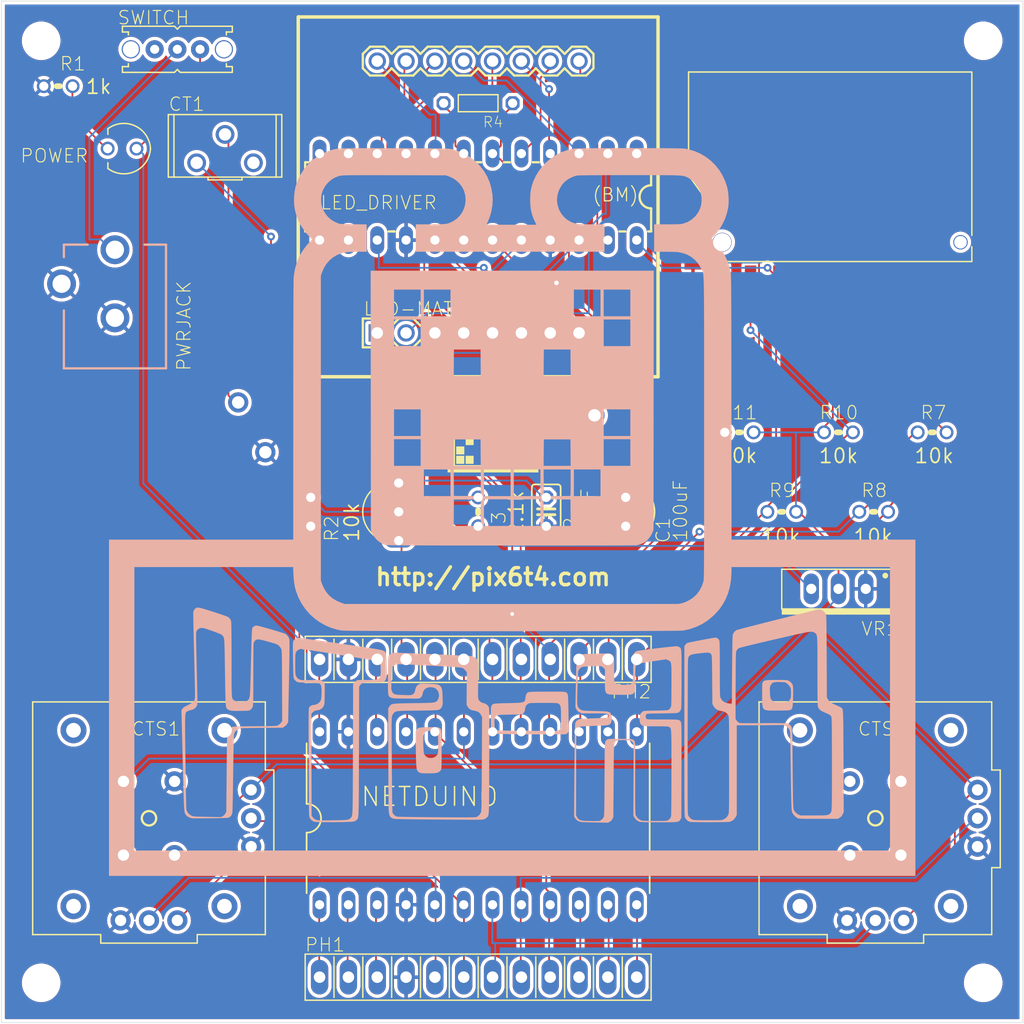
<source format=kicad_pcb>
(kicad_pcb (version 20211014) (generator pcbnew)
  (title_block (title "PIX-6T4") (date "2022-12-25") (rev "B") (company "Nwazet"))
  (layers (0 "F.Cu" signal) (31 "B.Cu" signal) (34 "B.Paste" user) (35 "F.Paste" user) (36 "B.SilkS" user "B.Silkscreen") (37 "F.SilkS" user "F.Silkscreen") (38 "B.Mask" user) (39 "F.Mask" user) (44 "Edge.Cuts" user))
  (net 0 "")
  (net 1 "SPI_CLK")
  (net 2 "SPI_MISO")
  (net 3 "SPI_MOSI")
  (net 4 "SPI_SD_CS")
  (net 5 "PWR")
  (net 6 "+VIN")
  (net 7 "GND")
  (net 8 "LED_DRIVER_SPI_CS")
  (net 9 "LED_DRIVER_POWER_CTRL")
  (net 10 "LED_DRIVER_POWER")
  (net 11 "+3V3")
  (net 12 "N$5")
  (net 13 "N$7")
  (net 14 "RESET")
  (net 15 "RIGHT_STICK_BUTTON")
  (net 16 "LEFT_STICK_BUTTON")
  (net 17 "N$6")
  (net 18 "N$8")
  (net 19 "N$9")
  (net 20 "LEFT_STICK_X")
  (net 21 "LEFT_STICK_Y")
  (net 22 "RIGHT_STICK_X")
  (net 23 "N$14")
  (net 24 "N$15")
  (net 25 "N$16")
  (net 26 "RIGHT_STICK_Y")
  (net 27 "N$1")
  (net 28 "N$10")
  (net 29 "SPEAKER")
  (net 30 "N$20")
  (net 31 "LED_DRIVER_DATA_OUT")
  (net 32 "LED_DRIVER_CURRENT_LIMIT")
  (net 33 "LED_PIN_1")
  (net 34 "LED_PIN_2")
  (net 35 "LED_PIN_3")
  (net 36 "LED_PIN_4")
  (net 37 "LED_PIN_5")
  (net 38 "LED_PIN_6")
  (net 39 "LED_PIN_7")
  (net 40 "LED_PIN_8")
  (net 41 "LED_PIN_9")
  (net 42 "LED_PIN_10")
  (net 43 "LED_PIN_11")
  (net 44 "LED_PIN_12")
  (net 45 "LED_PIN_13")
  (net 46 "LED_PIN_14")
  (net 47 "LED_PIN_15")
  (net 48 "LED_PIN_16")
  (net 49 "+5.0V")
  (footprint "pix6t4_export:VOLTAGEREGULATOR" (layer "F.Cu") (at 177.2511 111.8136 180)
    (fp_text reference "VR1")
    (fp_text value "VREG-LD33VT0-220" hide)
  )
  (footprint "" (layer "F.Cu") (at 107.0011 146.5036)
    (fp_text reference "@HOLE0" hide)
    (fp_text value "")
  )
  (footprint "pix6t4_export:DCBARREL" (layer "F.Cu") (at 113.5011 85.0036)
    (fp_text reference "PWRJACK")
    (fp_text value "PJ-102A-V2" hide)
  )
  (footprint "pix6t4_export:RESISTOR" (layer "F.Cu") (at 108.5011 67.5036 180)
    (fp_text reference "R1")
    (fp_text value "1k")
  )
  (footprint "pix6t4_export:TRANSISTOR-PNP" (layer "F.Cu") (at 138.5011 105.0036 90)
    (fp_text reference "TP1")
    (fp_text value "2N4403TO-92" hide)
  )
  (footprint "pix6t4_export:RESISTOR" (layer "F.Cu") (at 172.2511 105.0036 180)
    (fp_text reference "R9")
    (fp_text value "10k")
  )
  (footprint "pix6t4_export:DIL24-BOTTOM-MOUNT" (layer "F.Cu") (at 145.5011 77.2536)
    (fp_text reference "LED_DRIVER")
    (fp_text value "LED-DRIVER-BOTTOM-MOUNT" hide)
  )
  (footprint "pix6t4_export:C025-025X050" (layer "F.Cu") (at 151.5011 105.0036 -90)
    (fp_text reference "C2")
    (fp_text value "0.1uF")
  )
  (footprint "pix6t4_export:JOYSTICK+SWITCH" (layer "F.Cu") (at 116.5011 132.0036)
    (fp_text reference "CTS1")
    (fp_text value "CTS252B103A60NB10K" hide)
  )
  (footprint "pix6t4_export:RESISTOR-FLAT" (layer "F.Cu") (at 145.5011 69.0036 180)
    (fp_text reference "R4")
    (fp_text value "RESISTOR-FLAT" hide)
  )
  (footprint "pix6t4_export:RESISTOR" (layer "F.Cu") (at 168.5011 98.0036 180)
    (fp_text reference "R11")
    (fp_text value "10k")
  )
  (footprint "pix6t4_export:LED3MM" (layer "F.Cu") (at 114.1311 73.0036 180)
    (fp_text reference "POWER")
    (fp_text value "LED")
  )
  (footprint "pix6t4_export:PINHEADER" (layer "F.Cu") (at 145.5011 146.0036)
    (fp_text reference "PH1")
    (fp_text value "PINHEADER1X12BREAKAWAY" hide)
  )
  (footprint "" (layer "F.Cu") (at 190.0011 146.5036)
    (fp_text reference "@HOLE1" hide)
    (fp_text value "")
  )
  (footprint "pix6t4_export:SLIDE-SWITCH" (layer "F.Cu") (at 119.0011 64.2536)
    (fp_text reference "SWITCH")
    (fp_text value "SLIDE-SWITCH-V2" hide)
  )
  (footprint "pix6t4_export:WIREPAD" (layer "F.Cu") (at 124.3611 95.3636)
    (fp_text reference "U$3" hide)
    (fp_text value "WIREPAD" hide)
  )
  (footprint "pix6t4_export:E2,5-5" (layer "F.Cu") (at 158.5011 105.0036 -90)
    (fp_text reference "C1")
    (fp_text value "100uF")
  )
  (footprint "pix6t4_export:WIREPAD" (layer "F.Cu") (at 155.7511 96.5036)
    (fp_text reference "U$1" hide)
    (fp_text value "WIREPAD" hide)
  )
  (footprint "pix6t4_export:PINHEADER" (layer "F.Cu") (at 145.5011 118.0036 180)
    (fp_text reference "PH2")
    (fp_text value "PINHEADER1X12BREAKAWAY" hide)
  )
  (footprint "pix6t4_export:RESISTOR" (layer "F.Cu") (at 130.7511 105.0036 90)
    (fp_text reference "R2")
    (fp_text value "10k")
  )
  (footprint "pix6t4_export:RESISTOR" (layer "F.Cu") (at 145.5011 105.0036 -90)
    (fp_text reference "R3")
    (fp_text value "2.1k")
  )
  (footprint "pix6t4_export:CARBONTRIMMER" (layer "F.Cu") (at 123.2011 73.0036)
    (fp_text reference "CT1")
    (fp_text value "CB10HL" hide)
  )
  (footprint "pix6t4_export:WIREPAD" (layer "F.Cu") (at 126.7511 99.7536)
    (fp_text reference "GND" hide)
    (fp_text value "WIREPAD" hide)
  )
  (footprint "" (layer "F.Cu") (at 107.0011 63.5036)
    (fp_text reference "@HOLE3" hide)
    (fp_text value "")
  )
  (footprint "" (layer "F.Cu") (at 190.0011 63.5036)
    (fp_text reference "@HOLE2" hide)
    (fp_text value "")
  )
  (footprint "pix6t4_export:RESISTOR" (layer "F.Cu") (at 177.2511 98.0036)
    (fp_text reference "R10")
    (fp_text value "10k")
  )
  (footprint "pix6t4_export:LEDMATRIX-SQRPIXELS" (layer "F.Cu") (at 145.5011 77.2536)
    (fp_text reference "LED-MATRIX")
    (fp_text value "LEDMS88R-V2SQR" hide)
  )
  (footprint "pix6t4_export:RESISTOR" (layer "F.Cu") (at 185.5011 98.0036)
    (fp_text reference "R7")
    (fp_text value "10k")
  )
  (footprint "LOGO" (layer "F.Cu") (at 146.812 97.536)
    (fp_text reference "G***" hide)
    (fp_text value "LOGO" hide)
  )
  (footprint "pix6t4_export:RESISTOR" (layer "F.Cu") (at 180.3511 105.0036 180)
    (fp_text reference "R8")
    (fp_text value "10k")
  )
  (footprint "pix6t4_export:SMD-SD-SOCKET" (layer "F.Cu") (at 176.5011 81.2536)
    (fp_text reference "SD-SOCKET" hide)
    (fp_text value "SD-101-00708-64-ND-V3" hide)
  )
  (footprint "pix6t4_export:NETDUINO-MINI" (layer "F.Cu") (at 145.5011 132.0036)
    (fp_text reference "NETDUINO")
    (fp_text value "NETDUINO-MINI-V2")
  )
  (footprint "pix6t4_export:JOYSTICK+SWITCH" (layer "F.Cu") (at 180.5011 132.0036)
    (fp_text reference "CTS2")
    (fp_text value "CTS252B103A60NB10K" hide)
  )
  (footprint "LOGO" (layer "B.Cu") (at 148.5011 105.0036 180)
    (fp_text reference "G***" hide)
    (fp_text value "LOGO" hide)
  )
  (gr_line (start 103.5011 60.0036) (end 103.5011 150.0036) (layer "Edge.Cuts") (width 0.05))
  (gr_line (start 103.5011 150.0036) (end 193.5011 150.0036) (layer "Edge.Cuts") (width 0.05))
  (gr_line (start 193.5011 150.0036) (end 193.5011 60.0036) (layer "Edge.Cuts") (width 0.05))
  (gr_line (start 193.5011 60.0036) (end 103.5011 60.0036) (layer "Edge.Cuts") (width 0.05))
  (gr_text "http://pix6t4.com" (at 146.812 110.744) (layer "F.SilkS") (effects (font (size 1.5 1.5) (thickness 0.3))))
  (segment (start 151.7511 124.2536) (end 151.7511 118.0036) (width 0.1524) (layer "F.Cu") (net 1))
  (segment (start 151.8511 118.0036) (end 152.0011 118.0036) (width 0.1524) (layer "F.Cu") (net 1))
  (segment (start 151.7511 118.0036) (end 151.8511 118.0036) (width 0.1524) (layer "F.Cu") (net 1))
  (segment (start 131.5011 73.5036) (end 131.5311 73.4436) (width 0.1524) (layer "F.Cu") (net 1))
  (segment (start 148.5011 104.5036) (end 129.7511 85.7536) (width 0.1524) (layer "F.Cu") (net 1))
  (segment (start 177.0011 82.2536) (end 179.5011 84.7536) (width 0.1524) (layer "F.Cu") (net 1))
  (segment (start 170.2511 95.2536) (end 170.2511 82.2536) (width 0.1524) (layer "F.Cu") (net 1))
  (segment (start 129.7511 85.7536) (end 129.7511 75.2536) (width 0.1524) (layer "F.Cu") (net 1))
  (segment (start 168.2511 100.2536) (end 168.2511 97.2536) (width 0.1524) (layer "F.Cu") (net 1))
  (segment (start 129.7511 75.2536) (end 131.5011 73.5036) (width 0.1524) (layer "F.Cu") (net 1))
  (segment (start 179.5011 84.7536) (end 179.5011 84.8036) (width 0.1524) (layer "F.Cu") (net 1))
  (segment (start 152.0011 118.0036) (end 152.0011 116.5036) (width 0.1524) (layer "F.Cu") (net 1))
  (segment (start 168.2511 97.2536) (end 170.2511 95.2536) (width 0.1524) (layer "F.Cu") (net 1))
  (segment (start 151.7511 124.2536) (end 151.8511 124.3836) (width 0.1524) (layer "F.Cu") (net 1))
  (segment (start 152.0011 116.5036) (end 168.2511 100.2536) (width 0.1524) (layer "F.Cu") (net 1))
  (segment (start 170.2511 82.2536) (end 177.0011 82.2536) (width 0.1524) (layer "F.Cu") (net 1))
  (segment (start 148.5011 114.0036) (end 148.5011 104.5036) (width 0.1524) (layer "F.Cu") (net 1))
  (via (at 148.5011 114.0036) (size 0.6858) (drill 0.3302) (layers "F.Cu" "B.Cu") (net 1))
  (segment (start 151.8511 118.0036) (end 151.7511 118.0036) (width 0.1524) (layer "B.Cu") (net 1))
  (segment (start 151.7511 117.2536) (end 148.5011 114.0036) (width 0.1524) (layer "B.Cu") (net 1))
  (segment (start 151.7511 118.0036) (end 151.7511 117.2536) (width 0.1524) (layer "B.Cu") (net 1))
  (segment (start 184.2511 85.0036) (end 184.4211 84.8036) (width 0.1524) (layer "F.Cu") (net 2))
  (segment (start 184.2511 87.0036) (end 184.2511 85.0036) (width 0.1524) (layer "F.Cu") (net 2))
  (segment (start 155.0011 116.7536) (end 165.0011 106.7536) (width 0.1524) (layer "F.Cu") (net 2))
  (segment (start 155.0011 117.5036) (end 155.0011 116.7536) (width 0.1524) (layer "F.Cu") (net 2))
  (segment (start 154.5011 118.0036) (end 155.0011 117.5036) (width 0.1524) (layer "F.Cu") (net 2))
  (segment (start 154.5011 124.2536) (end 154.5011 118.0036) (width 0.1524) (layer "F.Cu") (net 2))
  (segment (start 154.3911 124.3836) (end 154.5011 124.2536) (width 0.1524) (layer "F.Cu") (net 2))
  (segment (start 181.5011 89.7536) (end 184.2511 87.0036) (width 0.1524) (layer "F.Cu") (net 2))
  (segment (start 154.5011 118.0036) (end 154.3911 118.0036) (width 0.1524) (layer "F.Cu") (net 2))
  (segment (start 179.0811 105.0036) (end 179.2511 105.0036) (width 0.1524) (layer "F.Cu") (net 2))
  (segment (start 179.2511 105.0036) (end 181.5011 102.7536) (width 0.1524) (layer "F.Cu") (net 2))
  (segment (start 181.5011 102.7536) (end 181.5011 89.7536) (width 0.1524) (layer "F.Cu") (net 2))
  (via (at 165.0011 106.7536) (size 0.6858) (drill 0.3302) (layers "F.Cu" "B.Cu") (net 2))
  (segment (start 165.0011 106.7536) (end 177.2511 106.7536) (width 0.1524) (layer "B.Cu") (net 2))
  (segment (start 179.0011 105.0036) (end 179.0811 105.0036) (width 0.1524) (layer "B.Cu") (net 2))
  (segment (start 177.2511 106.7536) (end 179.0011 105.0036) (width 0.1524) (layer "B.Cu") (net 2))
  (segment (start 172.0011 84.7536) (end 172.0011 84.5036) (width 0.1524) (layer "F.Cu") (net 3))
  (segment (start 171.7511 85.2536) (end 172.0011 85.0036) (width 0.1524) (layer "F.Cu") (net 3))
  (segment (start 157.0011 115.5036) (end 160.2511 115.5036) (width 0.1524) (layer "F.Cu") (net 3))
  (segment (start 172.0011 84.5036) (end 171.0011 83.5036) (width 0.1524) (layer "F.Cu") (net 3))
  (segment (start 157.0011 118.0036) (end 157.0011 115.5036) (width 0.1524) (layer "F.Cu") (net 3))
  (segment (start 171.0011 104.5036) (end 171.7511 103.7536) (width 0.1524) (layer "F.Cu") (net 3))
  (segment (start 172.0011 84.8036) (end 172.0011 84.7536) (width 0.1524) (layer "F.Cu") (net 3))
  (segment (start 157.0011 118.0036) (end 156.9311 118.0036) (width 0.1524) (layer "F.Cu") (net 3))
  (segment (start 170.7511 105.0036) (end 170.9811 105.0036) (width 0.1524) (layer "F.Cu") (net 3))
  (segment (start 171.7511 103.7536) (end 171.7511 85.2536) (width 0.1524) (layer "F.Cu") (net 3))
  (segment (start 170.9811 105.0036) (end 171.0011 105.0036) (width 0.1524) (layer "F.Cu") (net 3))
  (segment (start 156.9311 124.3836) (end 157.0011 124.2536) (width 0.1524) (layer "F.Cu") (net 3))
  (segment (start 160.2511 115.5036) (end 170.7511 105.0036) (width 0.1524) (layer "F.Cu") (net 3))
  (segment (start 172.0011 85.0036) (end 172.0011 84.8036) (width 0.1524) (layer "F.Cu") (net 3))
  (segment (start 171.0011 105.0036) (end 171.0011 104.5036) (width 0.1524) (layer "F.Cu") (net 3))
  (segment (start 157.0011 124.2536) (end 157.0011 118.0036) (width 0.1524) (layer "F.Cu") (net 3))
  (via (at 171.0011 83.5036) (size 0.6858) (drill 0.3302) (layers "F.Cu" "B.Cu") (net 3))
  (segment (start 171.0011 83.5036) (end 161.7511 83.5036) (width 0.1524) (layer "B.Cu") (net 3))
  (segment (start 161.7511 83.5036) (end 159.5011 81.2536) (width 0.1524) (layer "B.Cu") (net 3))
  (segment (start 159.5011 81.2536) (end 159.4711 81.0636) (width 0.1524) (layer "B.Cu") (net 3))
  (segment (start 169.5011 89.0036) (end 169.5011 85.0036) (width 0.1524) (layer "F.Cu") (net 4))
  (segment (start 159.4711 124.3836) (end 159.5011 124.2536) (width 0.1524) (layer "F.Cu") (net 4))
  (segment (start 159.5011 118.0036) (end 172.5011 105.0036) (width 0.1524) (layer "F.Cu") (net 4))
  (segment (start 178.2511 98.0036) (end 178.5011 98.0036) (width 0.1524) (layer "F.Cu") (net 4))
  (segment (start 172.5011 103.7536) (end 178.2511 98.0036) (width 0.1524) (layer "F.Cu") (net 4))
  (segment (start 159.5011 118.0036) (end 159.4711 118.0036) (width 0.1524) (layer "F.Cu") (net 4))
  (segment (start 159.5011 124.2536) (end 159.5011 118.0036) (width 0.1524) (layer "F.Cu") (net 4))
  (segment (start 172.5011 105.0036) (end 172.5011 103.7536) (width 0.1524) (layer "F.Cu") (net 4))
  (segment (start 169.5011 85.0036) (end 169.5011 84.8036) (width 0.1524) (layer "F.Cu") (net 4))
  (segment (start 178.5011 98.0036) (end 178.5211 98.0036) (width 0.1524) (layer "F.Cu") (net 4))
  (via (at 169.5011 89.0036) (size 0.6858) (drill 0.3302) (layers "F.Cu" "B.Cu") (net 4))
  (segment (start 178.5011 98.0036) (end 169.5011 89.0036) (width 0.1524) (layer "B.Cu") (net 4))
  (segment (start 178.5211 98.0036) (end 178.5011 98.0036) (width 0.1524) (layer "B.Cu") (net 4))
  (segment (start 113.5011 81.9136) (end 113.5011 81.7536) (width 0.1524) (layer "B.Cu") (net 5))
  (segment (start 111.2511 72.0036) (end 119.0011 64.2536) (width 0.1524) (layer "B.Cu") (net 5))
  (segment (start 113.0011 81.7536) (end 112.2511 81.0036) (width 0.1524) (layer "B.Cu") (net 5))
  (segment (start 111.2511 81.0036) (end 111.2511 72.0036) (width 0.1524) (layer "B.Cu") (net 5))
  (segment (start 112.2511 81.0036) (end 111.2511 81.0036) (width 0.1524) (layer "B.Cu") (net 5))
  (segment (start 113.5011 81.7536) (end 113.0011 81.7536) (width 0.1524) (layer "B.Cu") (net 5))
  (segment (start 121.0011 67.5036) (end 121.0011 64.2536) (width 0.1524) (layer "F.Cu") (net 6))
  (segment (start 131.5011 124.2536) (end 131.5011 118.0036) (width 0.1524) (layer "F.Cu") (net 6))
  (segment (start 115.4011 73.0036) (end 115.5011 73.0036) (width 0.1524) (layer "F.Cu") (net 6))
  (segment (start 115.5011 73.0036) (end 121.0011 67.5036) (width 0.1524) (layer "F.Cu") (net 6))
  (segment (start 131.5311 124.3836) (end 131.5011 124.2536) (width 0.1524) (layer "F.Cu") (net 6))
  (segment (start 131.5011 118.0036) (end 131.5311 118.0036) (width 0.1524) (layer "F.Cu") (net 6))
  (segment (start 116.0011 102.5036) (end 116.0011 73.5036) (width 0.1524) (layer "B.Cu") (net 6))
  (segment (start 131.5311 118.0036) (end 131.5011 118.0036) (width 0.1524) (layer "B.Cu") (net 6))
  (segment (start 115.5011 73.0036) (end 115.4011 73.0036) (width 0.1524) (layer "B.Cu") (net 6))
  (segment (start 116.0011 73.5036) (end 115.5011 73.0036) (width 0.1524) (layer "B.Cu") (net 6))
  (segment (start 131.5011 118.0036) (end 116.0011 102.5036) (width 0.1524) (layer "B.Cu") (net 6))
  (via (at 152.4 84.836) (size 0.8) (drill 0.4) (layers "F.Cu" "B.Cu") (net 7))
  (segment (start 149.2511 124.2536) (end 149.2511 118.0036) (width 0.1524) (layer "F.Cu") (net 8))
  (segment (start 149.3111 124.3836) (end 149.2511 124.2536) (width 0.1524) (layer "F.Cu") (net 8))
  (segment (start 134.7511 85.2536) (end 132.0011 82.5036) (width 0.1524) (layer "F.Cu") (net 8))
  (segment (start 131.7511 81.2536) (end 131.5311 81.0636) (width 0.1524) (layer "F.Cu") (net 8))
  (segment (start 149.2511 118.0036) (end 149.2511 104.7536) (width 0.1524) (layer "F.Cu") (net 8))
  (segment (start 132.0011 81.5036) (end 131.7511 81.2536) (width 0.1524) (layer "F.Cu") (net 8))
  (segment (start 149.2511 104.7536) (end 134.7511 90.2536) (width 0.1524) (layer "F.Cu") (net 8))
  (segment (start 134.7511 90.2536) (end 134.7511 85.2536) (width 0.1524) (layer "F.Cu") (net 8))
  (segment (start 132.0011 82.5036) (end 132.0011 81.5036) (width 0.1524) (layer "F.Cu") (net 8))
  (segment (start 149.2511 118.0036) (end 149.3111 118.0036) (width 0.1524) (layer "F.Cu") (net 8))
  (segment (start 130.7511 106.5036) (end 130.7511 106.2736) (width 0.1524) (layer "F.Cu") (net 9))
  (segment (start 151.7511 138.5036) (end 151.7511 139.5036) (width 0.1524) (layer "F.Cu") (net 9))
  (segment (start 136.0011 131.7536) (end 129.7511 125.5036) (width 0.1524) (layer "F.Cu") (net 9))
  (segment (start 151.7511 139.7536) (end 151.7511 146.0036) (width 0.1524) (layer "F.Cu") (net 9))
  (segment (start 129.7511 107.5036) (end 130.7511 106.5036) (width 0.1524) (layer "F.Cu") (net 9))
  (segment (start 151.5011 131.7536) (end 151.5011 138.2536) (width 0.1524) (layer "F.Cu") (net 9))
  (segment (start 151.5011 138.2536) (end 151.7511 138.5036) (width 0.1524) (layer "F.Cu") (net 9))
  (segment (start 151.8511 139.6236) (end 151.7511 139.7536) (width 0.1524) (layer "F.Cu") (net 9))
  (segment (start 151.7511 139.5036) (end 151.8511 139.6236) (width 0.1524) (layer "F.Cu") (net 9))
  (segment (start 151.7511 146.0036) (end 151.8511 146.0036) (width 0.1524) (layer "F.Cu") (net 9))
  (segment (start 136.0011 131.7536) (end 151.5011 131.7536) (width 0.1524) (layer "F.Cu") (net 9))
  (segment (start 129.7511 125.5036) (end 129.7511 107.5036) (width 0.1524) (layer "F.Cu") (net 9))
  (segment (start 147.0011 73.5036) (end 146.7711 73.4436) (width 0.1524) (layer "F.Cu") (net 10))
  (segment (start 153.5011 80.0036) (end 147.0011 73.5036) (width 0.1524) (layer "F.Cu") (net 10))
  (segment (start 147.5011 70.2536) (end 148.5011 69.2536) (width 0.1524) (layer "F.Cu") (net 10))
  (segment (start 147.0011 73.2536) (end 147.5011 72.7536) (width 0.1524) (layer "F.Cu") (net 10))
  (segment (start 153.5011 85.7536) (end 153.5011 80.0036) (width 0.1524) (layer "F.Cu") (net 10))
  (segment (start 148.5011 69.2536) (end 148.5011 69.0036) (width 0.1524) (layer "F.Cu") (net 10))
  (segment (start 148.5011 69.0036) (end 148.5411 69.0036) (width 0.1524) (layer "F.Cu") (net 10))
  (segment (start 153.7511 103.7536) (end 158.5011 103.7536) (width 0.1524) (layer "F.Cu") (net 10))
  (segment (start 151.5011 103.7536) (end 153.7511 103.7536) (width 0.1524) (layer "F.Cu") (net 10))
  (segment (start 153.7511 103.7536) (end 153.7511 95.7536) (width 0.1524) (layer "F.Cu") (net 10))
  (segment (start 151.5011 103.7336) (end 151.5011 103.7536) (width 0.1524) (layer "F.Cu") (net 10))
  (segment (start 153.7511 95.7536) (end 156.2511 93.2536) (width 0.1524) (layer "F.Cu") (net 10))
  (segment (start 147.5011 72.7536) (end 147.5011 70.2536) (width 0.1524) (layer "F.Cu") (net 10))
  (segment (start 146.7711 73.4436) (end 147.0011 73.2536) (width 0.1524) (layer "F.Cu") (net 10))
  (segment (start 158.5011 103.7536) (end 158.5011 103.7336) (width 0.1524) (layer "F.Cu") (net 10))
  (segment (start 156.2511 88.5036) (end 153.5011 85.7536) (width 0.1524) (layer "F.Cu") (net 10))
  (segment (start 156.2511 93.2536) (end 156.2511 88.5036) (width 0.1524) (layer "F.Cu") (net 10))
  (segment (start 151.5011 103.5036) (end 151.5011 103.7336) (width 0.1524) (layer "B.Cu") (net 10))
  (segment (start 138.5011 102.2536) (end 149.7511 102.2536) (width 0.1524) (layer "B.Cu") (net 10))
  (segment (start 149.7511 102.2536) (end 151.0011 103.5036) (width 0.1524) (layer "B.Cu") (net 10))
  (segment (start 151.0011 103.5036) (end 151.5011 103.5036) (width 0.1524) (layer "B.Cu") (net 10))
  (segment (start 138.5011 102.4636) (end 138.5011 102.2536) (width 0.1524) (layer "B.Cu") (net 10))
  (segment (start 123.5011 131.2536) (end 125.2511 129.5036) (width 0.1524) (layer "F.Cu") (net 11))
  (segment (start 119.0011 141.0036) (end 123.5011 136.5036) (width 0.1524) (layer "F.Cu") (net 11))
  (segment (start 189.5011 129.5036) (end 189.2511 129.5036) (width 0.1524) (layer "F.Cu") (net 11))
  (segment (start 177.2511 109.2536) (end 181.5011 105.0036) (width 0.1524) (layer "F.Cu") (net 11))
  (segment (start 182.0011 104.2536) (end 182.0011 100.0036) (width 0.1524) (layer "F.Cu") (net 11))
  (segment (start 177.0011 85.0036) (end 177.0011 84.8036) (width 0.1524) (layer "F.Cu") (net 11))
  (segment (start 181.7511 104.5036) (end 182.0011 104.2536) (width 0.1524) (layer "F.Cu") (net 11))
  (segment (start 125.2511 129.5036) (end 125.5011 129.5036) (width 0.1524) (layer "F.Cu") (net 11))
  (segment (start 181.5011 105.0036) (end 181.6211 105.0036) (width 0.1524) (layer "F.Cu") (net 11))
  (segment (start 176.7511 96.7536) (end 176.7511 85.2536) (width 0.1524) (layer "F.Cu") (net 11))
  (segment (start 177.2511 111.7536) (end 177.2511 109.2536) (width 0.1524) (layer "F.Cu") (net 11))
  (segment (start 177.2511 108.5036) (end 173.7511 105.0036) (width 0.1524) (layer "F.Cu") (net 11))
  (segment (start 177.2511 111.7936) (end 177.2511 111.7536) (width 0.1524) (layer "F.Cu") (net 11))
  (segment (start 177.2511 109.2536) (end 177.2511 108.5036) (width 0.1524) (layer "F.Cu") (net 11))
  (segment (start 173.7511 105.0036) (end 173.5211 105.0036) (width 0.1524) (layer "F.Cu") (net 11))
  (segment (start 181.6211 105.0036) (end 181.7511 105.0036) (width 0.1524) (layer "F.Cu") (net 11))
  (segment (start 189.2511 129.5036) (end 187.5011 131.2536) (width 0.1524) (layer "F.Cu") (net 11))
  (segment (start 176.7511 85.2536) (end 177.0011 85.0036) (width 0.1524) (layer "F.Cu") (net 11))
  (segment (start 184.0011 98.0036) (end 184.2311 98.0036) (width 0.1524) (layer "F.Cu") (net 11))
  (segment (start 176.0011 98.0036) (end 176.0011 97.5036) (width 0.1524) (layer "F.Cu") (net 11))
  (segment (start 176.0011 97.5036) (end 176.7511 96.7536) (width 0.1524) (layer "F.Cu") (net 11))
  (segment (start 181.7511 105.0036) (end 181.7511 104.5036) (width 0.1524) (layer "F.Cu") (net 11))
  (segment (start 182.0011 100.0036) (end 184.0011 98.0036) (width 0.1524) (layer "F.Cu") (net 11))
  (segment (start 187.5011 131.2536) (end 187.5011 136.5036) (width 0.1524) (layer "F.Cu") (net 11))
  (segment (start 187.5011 136.5036) (end 183.0011 141.0036) (width 0.1524) (layer "F.Cu") (net 11))
  (segment (start 175.9811 98.0036) (end 176.0011 98.0036) (width 0.1524) (layer "F.Cu") (net 11))
  (segment (start 123.5011 136.5036) (end 123.5011 131.2536) (width 0.1524) (layer "F.Cu") (net 11))
  (segment (start 173.5011 98.0036) (end 170.0011 98.0036) (width 0.1524) (layer "B.Cu") (net 11))
  (segment (start 173.5011 105.0036) (end 173.5011 98.0036) (width 0.1524) (layer "B.Cu") (net 11))
  (segment (start 175.7511 98.0036) (end 175.9811 98.0036) (width 0.1524) (layer "B.Cu") (net 11))
  (segment (start 174.7511 115.0036) (end 175.0011 115.0036) (width 0.1524) (layer "B.Cu") (net 11))
  (segment (start 162.5011 127.2536) (end 174.7511 115.0036) (width 0.1524) (layer "B.Cu") (net 11))
  (segment (start 174.7511 115.0036) (end 177.2511 112.5036) (width 0.1524) (layer "B.Cu") (net 11))
  (segment (start 175.0011 115.0036) (end 189.5011 129.5036) (width 0.1524) (layer "B.Cu") (net 11))
  (segment (start 173.5211 105.0036) (end 173.5011 105.0036) (width 0.1524) (layer "B.Cu") (net 11))
  (segment (start 177.2511 112.0036) (end 177.2511 111.7936) (width 0.1524) (layer "B.Cu") (net 11))
  (segment (start 170.0011 98.0036) (end 169.7711 98.0036) (width 0.1524) (layer "B.Cu") (net 11))
  (segment (start 177.2511 112.5036) (end 177.2511 112.0036) (width 0.1524) (layer "B.Cu") (net 11))
  (segment (start 127.7511 127.2536) (end 162.5011 127.2536) (width 0.1524) (layer "B.Cu") (net 11))
  (segment (start 125.5011 129.5036) (end 127.7511 127.2536) (width 0.1524) (layer "B.Cu") (net 11))
  (segment (start 173.5011 98.0036) (end 175.7511 98.0036) (width 0.1524) (layer "B.Cu") (net 11))
  (segment (start 186.7711 98.0036) (end 186.7511 98.0036) (width 0.1524) (layer "F.Cu") (net 12))
  (segment (start 186.0011 85.0036) (end 186.1211 84.8036) (width 0.1524) (layer "F.Cu") (net 12))
  (segment (start 186.7511 98.0036) (end 186.0011 97.2536) (width 0.1524) (layer "F.Cu") (net 12))
  (segment (start 186.0011 97.2536) (end 186.0011 85.0036) (width 0.1524) (layer "F.Cu") (net 12))
  (segment (start 167.0011 85.0036) (end 167.0011 84.8036) (width 0.1524) (layer "F.Cu") (net 13))
  (segment (start 167.2311 98.0036) (end 167.0011 98.0036) (width 0.1524) (layer "F.Cu") (net 13))
  (segment (start 167.0011 98.0036) (end 167.0011 85.0036) (width 0.1524) (layer "F.Cu") (net 13))
  (segment (start 136.5011 124.2536) (end 136.5011 118.0036) (width 0.1524) (layer "F.Cu") (net 14))
  (segment (start 136.5011 118.0036) (end 136.6111 118.0036) (width 0.1524) (layer "F.Cu") (net 14))
  (segment (start 136.5011 124.2536) (end 136.6111 124.3836) (width 0.1524) (layer "F.Cu") (net 14))
  (segment (start 141.7511 118.0036) (end 141.6911 118.0036) (width 0.1524) (layer "F.Cu") (net 15))
  (segment (start 178.2511 128.5036) (end 178.2511 128.7536) (width 0.1524) (layer "F.Cu") (net 15))
  (segment (start 145.7511 128.5036) (end 178.2511 128.5036) (width 0.1524) (layer "F.Cu") (net 15))
  (segment (start 141.7511 124.5036) (end 141.6911 124.3836) (width 0.1524) (layer "F.Cu") (net 15))
  (segment (start 145.7511 128.5036) (end 141.7511 124.5036) (width 0.1524) (layer "F.Cu") (net 15))
  (segment (start 141.7511 124.2536) (end 141.7511 118.0036) (width 0.1524) (layer "F.Cu") (net 15))
  (segment (start 141.6911 124.3836) (end 141.7511 124.2536) (width 0.1524) (layer "F.Cu") (net 15))
  (segment (start 144.2311 124.3836) (end 144.2511 124.2536) (width 0.1524) (layer "F.Cu") (net 16))
  (segment (start 144.2511 124.2536) (end 144.2511 118.0036) (width 0.1524) (layer "F.Cu") (net 16))
  (segment (start 144.2511 118.0036) (end 144.2311 118.0036) (width 0.1524) (layer "F.Cu") (net 16))
  (segment (start 144.2511 126.7536) (end 144.2511 124.5036) (width 0.1524) (layer "B.Cu") (net 16))
  (segment (start 114.5011 128.7536) (end 116.5011 126.7536) (width 0.1524) (layer "B.Cu") (net 16))
  (segment (start 116.5011 126.7536) (end 144.2511 126.7536) (width 0.1524) (layer "B.Cu") (net 16))
  (segment (start 114.2511 128.7536) (end 114.5011 128.7536) (width 0.1524) (layer "B.Cu") (net 16))
  (segment (start 144.2511 124.5036) (end 144.2311 124.3836) (width 0.1524) (layer "B.Cu") (net 16))
  (segment (start 131.5311 146.0036) (end 131.5011 146.0036) (width 0.1524) (layer "F.Cu") (net 17))
  (segment (start 131.5011 146.0036) (end 131.5011 139.7536) (width 0.1524) (layer "F.Cu") (net 17))
  (segment (start 131.5011 139.7536) (end 131.5311 139.6236) (width 0.1524) (layer "F.Cu") (net 17))
  (segment (start 134.0011 146.0036) (end 134.0011 139.7536) (width 0.1524) (layer "F.Cu") (net 18))
  (segment (start 134.0711 146.0036) (end 134.0011 146.0036) (width 0.1524) (layer "F.Cu") (net 18))
  (segment (start 134.0011 139.7536) (end 134.0711 139.6236) (width 0.1524) (layer "F.Cu") (net 18))
  (segment (start 136.5011 146.0036) (end 136.5011 139.7536) (width 0.1524) (layer "F.Cu") (net 19))
  (segment (start 136.5011 146.0036) (end 136.6111 146.0036) (width 0.1524) (layer "F.Cu") (net 19))
  (segment (start 136.5011 139.7536) (end 136.6111 139.6236) (width 0.1524) (layer "F.Cu") (net 19))
  (segment (start 141.6911 139.6236) (end 141.7511 139.7536) (width 0.1524) (layer "F.Cu") (net 20))
  (segment (start 141.7511 146.0036) (end 141.6911 146.0036) (width 0.1524) (layer "F.Cu") (net 20))
  (segment (start 141.7511 139.7536) (end 141.7511 146.0036) (width 0.1524) (layer "F.Cu") (net 20))
  (segment (start 116.5011 141.0036) (end 116.5011 140.7536) (width 0.1524) (layer "B.Cu") (net 20))
  (segment (start 116.5011 140.7536) (end 120.0011 137.2536) (width 0.1524) (layer "B.Cu") (net 20))
  (segment (start 141.7511 137.2536) (end 141.7511 139.5036) (width 0.1524) (layer "B.Cu") (net 20))
  (segment (start 120.0011 137.2536) (end 141.7511 137.2536) (width 0.1524) (layer "B.Cu") (net 20))
  (segment (start 141.7511 139.5036) (end 141.6911 139.6236) (width 0.1524) (layer "B.Cu") (net 20))
  (segment (start 144.2511 146.0036) (end 144.2311 146.0036) (width 0.1524) (layer "F.Cu") (net 21))
  (segment (start 144.2311 139.6236) (end 144.2511 139.7536) (width 0.1524) (layer "F.Cu") (net 21))
  (segment (start 144.0011 139.5036) (end 144.2311 139.6236) (width 0.1524) (layer "F.Cu") (net 21))
  (segment (start 144.2511 139.7536) (end 144.2511 146.0036) (width 0.1524) (layer "F.Cu") (net 21))
  (segment (start 125.5011 132.2536) (end 136.7511 132.2536) (width 0.1524) (layer "F.Cu") (net 21))
  (segment (start 136.7511 132.2536) (end 144.0011 139.5036) (width 0.1524) (layer "F.Cu") (net 21))
  (segment (start 125.5011 132.2536) (end 125.5011 132.0036) (width 0.1524) (layer "F.Cu") (net 21))
  (segment (start 147.0011 143.0036) (end 178.7511 143.0036) (width 0.1524) (layer "B.Cu") (net 22))
  (segment (start 146.7511 143.0036) (end 146.7511 139.7536) (width 0.1524) (layer "B.Cu") (net 22))
  (segment (start 146.7711 146.0036) (end 147.0011 146.0036) (width 0.1524) (layer "B.Cu") (net 22))
  (segment (start 180.5011 141.2536) (end 180.5011 141.0036) (width 0.1524) (layer "B.Cu") (net 22))
  (segment (start 147.0011 143.0036) (end 146.7511 143.0036) (width 0.1524) (layer "B.Cu") (net 22))
  (segment (start 147.0011 146.0036) (end 147.0011 143.0036) (width 0.1524) (layer "B.Cu") (net 22))
  (segment (start 146.7511 139.7536) (end 146.7711 139.6236) (width 0.1524) (layer "B.Cu") (net 22))
  (segment (start 178.7511 143.0036) (end 180.5011 141.2536) (width 0.1524) (layer "B.Cu") (net 22))
  (segment (start 159.4711 146.0036) (end 159.5011 146.0036) (width 0.1524) (layer "F.Cu") (net 23))
  (segment (start 159.5011 139.7536) (end 159.4711 139.6236) (width 0.1524) (layer "F.Cu") (net 23))
  (segment (start 159.5011 146.0036) (end 159.5011 139.7536) (width 0.1524) (layer "F.Cu") (net 23))
  (segment (start 157.0011 146.0036) (end 157.0011 139.7536) (width 0.1524) (layer "F.Cu") (net 24))
  (segment (start 156.9311 146.0036) (end 157.0011 146.0036) (width 0.1524) (layer "F.Cu") (net 24))
  (segment (start 157.0011 139.7536) (end 156.9311 139.6236) (width 0.1524) (layer "F.Cu") (net 24))
  (segment (start 154.5011 146.0036) (end 154.5011 139.7536) (width 0.1524) (layer "F.Cu") (net 25))
  (segment (start 154.5011 139.7536) (end 154.3911 139.6236) (width 0.1524) (layer "F.Cu") (net 25))
  (segment (start 154.3911 146.0036) (end 154.5011 146.0036) (width 0.1524) (layer "F.Cu") (net 25))
  (segment (start 149.2511 146.0036) (end 149.2511 139.7536) (width 0.1524) (layer "F.Cu") (net 26))
  (segment (start 149.2511 139.7536) (end 149.3111 139.6236) (width 0.1524) (layer "F.Cu") (net 26))
  (segment (start 149.3111 146.0036) (end 149.2511 146.0036) (width 0.1524) (layer "F.Cu") (net 26))
  (segment (start 184.0011 137.2536) (end 189.2511 132.0036) (width 0.1524) (layer "B.Cu") (net 26))
  (segment (start 149.3111 139.6236) (end 149.2511 139.5036) (width 0.1524) (layer "B.Cu") (net 26))
  (segment (start 149.2511 137.2536) (end 184.0011 137.2536) (width 0.1524) (layer "B.Cu") (net 26))
  (segment (start 189.2511 132.0036) (end 189.5011 132.0036) (width 0.1524) (layer "B.Cu") (net 26))
  (segment (start 149.2511 139.5036) (end 149.2511 137.2536) (width 0.1524) (layer "B.Cu") (net 26))
  (segment (start 112.8611 73.0036) (end 112.7511 73.0036) (width 0.1524) (layer "F.Cu") (net 27))
  (segment (start 112.7511 73.0036) (end 109.7511 70.0036) (width 0.1524) (layer "F.Cu") (net 27))
  (segment (start 109.7511 67.5036) (end 109.7711 67.5036) (width 0.1524) (layer "F.Cu") (net 27))
  (segment (start 109.7511 70.0036) (end 109.7511 67.5036) (width 0.1524) (layer "F.Cu") (net 27))
  (segment (start 145.5011 103.7536) (end 145.5011 103.7336) (width 0.1524) (layer "B.Cu") (net 28))
  (segment (start 139.5011 104.0036) (end 144.7511 104.0036) (width 0.1524) (layer "B.Cu") (net 28))
  (segment (start 145.0011 103.7536) (end 145.5011 103.7536) (width 0.1524) (layer "B.Cu") (net 28))
  (segment (start 130.7511 103.7336) (end 130.7511 103.7536) (width 0.1524) (layer "B.Cu") (net 28))
  (segment (start 144.7511 104.0036) (end 145.0011 103.7536) (width 0.1524) (layer "B.Cu") (net 28))
  (segment (start 130.7511 103.7536) (end 132.0011 105.0036) (width 0.1524) (layer "B.Cu") (net 28))
  (segment (start 132.0011 105.0036) (end 138.5011 105.0036) (width 0.1524) (layer "B.Cu") (net 28))
  (segment (start 138.5011 105.0036) (end 139.5011 104.0036) (width 0.1524) (layer "B.Cu") (net 28))
  (segment (start 140.7511 104.0036) (end 140.7511 97.2536) (width 0.1524) (layer "F.Cu") (net 29))
  (segment (start 127.2511 83.7536) (end 127.2511 80.7536) (width 0.1524) (layer "F.Cu") (net 29))
  (segment (start 140.7511 97.2536) (end 127.2511 83.7536) (width 0.1524) (layer "F.Cu") (net 29))
  (segment (start 146.7511 124.2536) (end 146.7511 118.0036) (width 0.1524) (layer "F.Cu") (net 29))
  (segment (start 146.7511 118.0036) (end 146.7711 118.0036) (width 0.1524) (layer "F.Cu") (net 29))
  (segment (start 146.5011 117.7536) (end 146.5011 109.7536) (width 0.1524) (layer "F.Cu") (net 29))
  (segment (start 146.7711 124.3836) (end 146.7511 124.2536) (width 0.1524) (layer "F.Cu") (net 29))
  (segment (start 146.7511 118.0036) (end 146.5011 117.7536) (width 0.1524) (layer "F.Cu") (net 29))
  (segment (start 146.7511 118.0036) (end 146.7711 118.0036) (width 0.1524) (layer "F.Cu") (net 29))
  (segment (start 146.5011 109.7536) (end 140.7511 104.0036) (width 0.1524) (layer "F.Cu") (net 29))
  (via (at 127.2511 80.7536) (size 0.6858) (drill 0.3302) (layers "F.Cu" "B.Cu") (net 29))
  (segment (start 127.2511 80.7536) (end 120.7511 74.2536) (width 0.1524) (layer "B.Cu") (net 29))
  (segment (start 120.7511 74.2536) (end 120.7011 74.2536) (width 0.1524) (layer "B.Cu") (net 29))
  (segment (start 123.5011 72.0036) (end 123.2511 71.7536) (width 0.1524) (layer "F.Cu") (net 30))
  (segment (start 123.2511 71.7536) (end 123.2011 71.7536) (width 0.1524) (layer "F.Cu") (net 30))
  (segment (start 124.2511 95.5036) (end 124.3611 95.3636) (width 0.1524) (layer "F.Cu") (net 30))
  (segment (start 123.5011 94.7536) (end 124.2511 95.5036) (width 0.1524) (layer "F.Cu") (net 30))
  (segment (start 123.5011 94.7536) (end 123.5011 72.0036) (width 0.1524) (layer "F.Cu") (net 30))
  (segment (start 161.2511 90.7536) (end 161.2511 75.2536) (width 0.1524) (layer "F.Cu") (net 31))
  (segment (start 161.2511 75.2536) (end 159.5011 73.5036) (width 0.1524) (layer "F.Cu") (net 31))
  (segment (start 155.7511 96.2536) (end 161.2511 90.7536) (width 0.1524) (layer "F.Cu") (net 31))
  (segment (start 155.7511 96.5036) (end 155.7511 96.2536) (width 0.1524) (layer "F.Cu") (net 31))
  (segment (start 159.5011 73.5036) (end 159.4711 73.4436) (width 0.1524) (layer "F.Cu") (net 31))
  (segment (start 142.5011 69.2536) (end 142.5011 69.0036) (width 0.1524) (layer "F.Cu") (net 32))
  (segment (start 144.0011 73.2536) (end 144.2311 73.4436) (width 0.1524) (layer "F.Cu") (net 32))
  (segment (start 144.0011 73.2536) (end 143.5011 72.7536) (width 0.1524) (layer "F.Cu") (net 32))
  (segment (start 143.5011 72.7536) (end 143.5011 70.2536) (width 0.1524) (layer "F.Cu") (net 32))
  (segment (start 142.5011 69.0036) (end 142.4611 69.0036) (width 0.1524) (layer "F.Cu") (net 32))
  (segment (start 143.5011 70.2536) (end 142.5011 69.2536) (width 0.1524) (layer "F.Cu") (net 32))
  (segment (start 136.5011 89.2536) (end 136.6111 89.2436) (width 0.1524) (layer "B.Cu") (net 33))
  (segment (start 148.2511 87.2536) (end 154.2511 81.2536) (width 0.1524) (layer "B.Cu") (net 33))
  (segment (start 148.2511 91.0036) (end 148.2511 87.2536) (width 0.1524) (layer "B.Cu") (net 33))
  (segment (start 138.2511 91.0036) (end 148.2511 91.0036) (width 0.1524) (layer "B.Cu") (net 33))
  (segment (start 154.2511 81.2536) (end 154.3911 81.0636) (width 0.1524) (layer "B.Cu") (net 33))
  (segment (start 136.5011 89.2536) (end 138.2511 91.0036) (width 0.1524) (layer "B.Cu") (net 33))
  (segment (start 149.2511 81.2536) (end 149.3111 81.0636) (width 0.1524) (layer "B.Cu") (net 34))
  (segment (start 141.0011 87.5036) (end 143.0011 87.5036) (width 0.1524) (layer "B.Cu") (net 34))
  (segment (start 143.0011 87.5036) (end 149.2511 81.2536) (width 0.1524) (layer "B.Cu") (net 34))
  (segment (start 139.1511 89.2436) (end 139.2511 89.0036) (width 0.1524) (layer "B.Cu") (net 34))
  (segment (start 139.2511 89.0036) (end 139.5011 89.0036) (width 0.1524) (layer "B.Cu") (net 34))
  (segment (start 139.5011 89.0036) (end 141.0011 87.5036) (width 0.1524) (layer "B.Cu") (net 34))
  (segment (start 132.5011 76.5036) (end 133.7511 75.2536) (width 0.1524) (layer "F.Cu") (net 35))
  (segment (start 137.7511 87.5036) (end 141.0011 87.5036) (width 0.1524) (layer "F.Cu") (net 35))
  (segment (start 137.7511 87.5036) (end 132.5011 82.2536) (width 0.1524) (layer "F.Cu") (net 35))
  (segment (start 132.5011 82.2536) (end 132.5011 76.5036) (width 0.1524) (layer "F.Cu") (net 35))
  (segment (start 141.5011 89.0036) (end 141.6911 89.2436) (width 0.1524) (layer "F.Cu") (net 35))
  (segment (start 141.0011 88.5036) (end 141.5011 89.0036) (width 0.1524) (layer "F.Cu") (net 35))
  (segment (start 134.0011 73.5036) (end 134.0711 73.4436) (width 0.1524) (layer "F.Cu") (net 35))
  (segment (start 133.7511 73.7536) (end 134.0011 73.5036) (width 0.1524) (layer "F.Cu") (net 35))
  (segment (start 133.7511 75.2536) (end 133.7511 73.7536) (width 0.1524) (layer "F.Cu") (net 35))
  (segment (start 141.0011 87.5036) (end 141.0011 88.5036) (width 0.1524) (layer "F.Cu") (net 35))
  (segment (start 140.7511 76.5036) (end 139.5011 75.2536) (width 0.1524) (layer "F.Cu") (net 36))
  (segment (start 144.2311 89.2436) (end 144.0011 89.0036) (width 0.1524) (layer "F.Cu") (net 36))
  (segment (start 139.2511 73.5036) (end 139.1511 73.4436) (width 0.1524) (layer "F.Cu") (net 36))
  (segment (start 144.0011 88.5036) (end 140.7511 85.2536) (width 0.1524) (layer "F.Cu") (net 36))
  (segment (start 139.5011 75.2536) (end 139.5011 73.7536) (width 0.1524) (layer "F.Cu") (net 36))
  (segment (start 139.5011 73.7536) (end 139.2511 73.5036) (width 0.1524) (layer "F.Cu") (net 36))
  (segment (start 144.0011 89.0036) (end 144.0011 88.5036) (width 0.1524) (layer "F.Cu") (net 36))
  (segment (start 140.7511 85.2536) (end 140.7511 76.5036) (width 0.1524) (layer "F.Cu") (net 36))
  (segment (start 141.7511 81.2536) (end 141.6911 81.0636) (width 0.1524) (layer "F.Cu") (net 37))
  (segment (start 146.7711 89.2436) (end 146.7511 89.0036) (width 0.1524) (layer "F.Cu") (net 37))
  (segment (start 146.7511 86.2536) (end 141.7511 81.2536) (width 0.1524) (layer "F.Cu") (net 37))
  (segment (start 146.7511 89.0036) (end 146.7511 86.2536) (width 0.1524) (layer "F.Cu") (net 37))
  (segment (start 156.7511 73.5036) (end 156.9311 73.4436) (width 0.1524) (layer "B.Cu") (net 38))
  (segment (start 149.5011 89.0036) (end 151.0011 87.5036) (width 0.1524) (layer "B.Cu") (net 38))
  (segment (start 149.3111 89.2436) (end 149.5011 89.0036) (width 0.1524) (layer "B.Cu") (net 38))
  (segment (start 156.7511 78.7536) (end 156.7511 73.5036) (width 0.1524) (layer "B.Cu") (net 38))
  (segment (start 155.2511 87.5036) (end 155.2511 80.0036) (width 0.1524) (layer "B.Cu") (net 38))
  (segment (start 151.0011 87.5036) (end 155.2511 87.5036) (width 0.1524) (layer "B.Cu") (net 38))
  (segment (start 155.2511 80.0036) (end 156.5011 78.7536) (width 0.1524) (layer "B.Cu") (net 38))
  (segment (start 156.5011 78.7536) (end 156.7511 78.7536) (width 0.1524) (layer "B.Cu") (net 38))
  (segment (start 151.7511 89.2536) (end 151.8511 89.2436) (width 0.1524) (layer "F.Cu") (net 39))
  (segment (start 146.0011 83.5036) (end 151.7511 89.2536) (width 0.1524) (layer "F.Cu") (net 39))
  (via (at 146.0011 83.5036) (size 0.6858) (drill 0.3302) (layers "F.Cu" "B.Cu") (net 39))
  (segment (start 136.7511 83.5036) (end 146.0011 83.5036) (width 0.1524) (layer "B.Cu") (net 39))
  (segment (start 136.7511 81.2536) (end 136.6111 81.0636) (width 0.1524) (layer "B.Cu") (net 39))
  (segment (start 136.7511 83.5036) (end 136.7511 81.2536) (width 0.1524) (layer "B.Cu") (net 39))
  (segment (start 147.0011 81.2536) (end 146.7711 81.0636) (width 0.1524) (layer "F.Cu") (net 40))
  (segment (start 154.2511 89.0036) (end 154.2511 88.5036) (width 0.1524) (layer "F.Cu") (net 40))
  (segment (start 154.3911 89.2436) (end 154.2511 89.0036) (width 0.1524) (layer "F.Cu") (net 40))
  (segment (start 154.2511 88.5036) (end 147.0011 81.2536) (width 0.1524) (layer "F.Cu") (net 40))
  (segment (start 156.7511 81.0036) (end 156.0011 80.2536) (width 0.1524) (layer "F.Cu") (net 41))
  (segment (start 156.7511 81.0036) (end 156.9311 81.0636) (width 0.1524) (layer "F.Cu") (net 41))
  (segment (start 156.0011 72.0036) (end 154.5011 70.5036) (width 0.1524) (layer "F.Cu") (net 41))
  (segment (start 156.0011 80.2536) (end 156.0011 72.0036) (width 0.1524) (layer "F.Cu") (net 41))
  (segment (start 154.5011 70.5036) (end 154.5011 65.5036) (width 0.1524) (layer "F.Cu") (net 41))
  (segment (start 154.5011 65.5036) (end 154.3911 65.2936) (width 0.1524) (layer "F.Cu") (net 41))
  (segment (start 151.7511 65.5036) (end 151.8511 65.2936) (width 0.1524) (layer "F.Cu") (net 42))
  (segment (start 151.0011 66.7536) (end 151.7511 66.0036) (width 0.1524) (layer "F.Cu") (net 42))
  (segment (start 151.0011 71.2536) (end 151.0011 66.7536) (width 0.1524) (layer "F.Cu") (net 42))
  (segment (start 150.2511 72.5036) (end 150.2511 72.0036) (width 0.1524) (layer "F.Cu") (net 42))
  (segment (start 151.7511 66.0036) (end 151.7511 65.5036) (width 0.1524) (layer "F.Cu") (net 42))
  (segment (start 150.2511 72.0036) (end 151.0011 71.2536) (width 0.1524) (layer "F.Cu") (net 42))
  (segment (start 149.5011 73.2536) (end 150.2511 72.5036) (width 0.1524) (layer "F.Cu") (net 42))
  (segment (start 149.3111 73.4436) (end 149.5011 73.2536) (width 0.1524) (layer "F.Cu") (net 42))
  (segment (start 151.7511 73.2536) (end 151.7511 67.7536) (width 0.1524) (layer "F.Cu") (net 43))
  (segment (start 151.7511 73.2536) (end 151.8511 73.4436) (width 0.1524) (layer "F.Cu") (net 43))
  (via (at 151.7511 67.7536) (size 0.6858) (drill 0.3302) (layers "F.Cu" "B.Cu") (net 43))
  (segment (start 151.7511 67.7536) (end 149.5011 65.5036) (width 0.1524) (layer "B.Cu") (net 43))
  (segment (start 149.5011 65.5036) (end 149.3111 65.2936) (width 0.1524) (layer "B.Cu") (net 43))
  (segment (start 144.2311 81.0636) (end 144.2511 81.0036) (width 0.1524) (layer "F.Cu") (net 44))
  (segment (start 145.5011 74.2536) (end 145.2511 74.0036) (width 0.1524) (layer "F.Cu") (net 44))
  (segment (start 146.7511 65.5036) (end 146.7711 65.2936) (width 0.1524) (layer "F.Cu") (net 44))
  (segment (start 145.5011 79.7536) (end 145.5011 74.2536) (width 0.1524) (layer "F.Cu") (net 44))
  (segment (start 145.2511 72.0036) (end 146.7511 70.5036) (width 0.1524) (layer "F.Cu") (net 44))
  (segment (start 146.7511 70.5036) (end 146.7511 65.5036) (width 0.1524) (layer "F.Cu") (net 44))
  (segment (start 144.2511 81.0036) (end 145.5011 79.7536) (width 0.1524) (layer "F.Cu") (net 44))
  (segment (start 145.2511 74.0036) (end 145.2511 72.0036) (width 0.1524) (layer "F.Cu") (net 44))
  (segment (start 144.5011 65.5036) (end 144.2511 65.5036) (width 0.1524) (layer "B.Cu") (net 45))
  (segment (start 146.0011 67.0036) (end 144.5011 65.5036) (width 0.1524) (layer "B.Cu") (net 45))
  (segment (start 148.0011 67.0036) (end 154.2511 73.2536) (width 0.1524) (layer "B.Cu") (net 45))
  (segment (start 154.2511 73.2536) (end 154.3911 73.4436) (width 0.1524) (layer "B.Cu") (net 45))
  (segment (start 144.2511 65.5036) (end 144.2311 65.2936) (width 0.1524) (layer "B.Cu") (net 45))
  (segment (start 146.0011 67.0036) (end 148.0011 67.0036) (width 0.1524) (layer "B.Cu") (net 45))
  (segment (start 134.2511 81.0036) (end 137.5011 77.7536) (width 0.1524) (layer "F.Cu") (net 46))
  (segment (start 137.5011 77.7536) (end 137.5011 72.0036) (width 0.1524) (layer "F.Cu") (net 46))
  (segment (start 141.0011 66.0036) (end 141.5011 65.5036) (width 0.1524) (layer "F.Cu") (net 46))
  (segment (start 141.5011 65.5036) (end 141.6911 65.2936) (width 0.1524) (layer "F.Cu") (net 46))
  (segment (start 134.0711 81.0636) (end 134.2511 81.0036) (width 0.1524) (layer "F.Cu") (net 46))
  (segment (start 137.5011 72.0036) (end 141.0011 68.5036) (width 0.1524) (layer "F.Cu") (net 46))
  (segment (start 141.0011 68.5036) (end 141.0011 66.0036) (width 0.1524) (layer "F.Cu") (net 46))
  (segment (start 137.0011 72.0036) (end 139.0011 70.0036) (width 0.1524) (layer "F.Cu") (net 47))
  (segment (start 139.0011 70.0036) (end 139.0011 65.5036) (width 0.1524) (layer "F.Cu") (net 47))
  (segment (start 137.0011 73.0036) (end 137.0011 72.0036) (width 0.1524) (layer "F.Cu") (net 47))
  (segment (start 136.6111 73.4436) (end 136.7511 73.2536) (width 0.1524) (layer "F.Cu") (net 47))
  (segment (start 136.7511 73.2536) (end 137.0011 73.0036) (width 0.1524) (layer "F.Cu") (net 47))
  (segment (start 139.0011 65.5036) (end 139.1511 65.2936) (width 0.1524) (layer "F.Cu") (net 47))
  (segment (start 141.7511 73.2536) (end 141.7511 70.0036) (width 0.1524) (layer "B.Cu") (net 48))
  (segment (start 141.6911 73.4436) (end 141.7511 73.2536) (width 0.1524) (layer "B.Cu") (net 48))
  (segment (start 136.7511 65.5036) (end 136.6111 65.2936) (width 0.1524) (layer "B.Cu") (net 48))
  (segment (start 141.7511 70.0036) (end 141.2511 70.0036) (width 0.1524) (layer "B.Cu") (net 48))
  (segment (start 141.2511 70.0036) (end 136.7511 65.5036) (width 0.1524) (layer "B.Cu") (net 48))
  (segment (start 139.2511 118.0036) (end 139.1511 118.0036) (width 0.1524) (layer "F.Cu") (net 49))
  (segment (start 139.1511 118.0036) (end 139.0011 118.0036) (width 0.1524) (layer "F.Cu") (net 49))
  (segment (start 139.0011 118.0036) (end 138.7511 117.7536) (width 0.1524) (layer "F.Cu") (net 49))
  (segment (start 139.2511 124.2536) (end 139.2511 118.0036) (width 0.1524) (layer "F.Cu") (net 49))
  (segment (start 139.1511 124.3836) (end 139.2511 124.2536) (width 0.1524) (layer "F.Cu") (net 49))
  (segment (start 138.7511 117.7536) (end 138.7511 108.0036) (width 0.1524) (layer "F.Cu") (net 49))
  (segment (start 138.7511 108.0036) (end 138.5011 107.7536) (width 0.1524) (layer "F.Cu") (net 49))
  (segment (start 138.5011 107.7536) (end 138.5011 107.5436) (width 0.1524) (layer "F.Cu") (net 49))
  (segment (start 139.5011 106.5036) (end 145.5011 106.5036) (width 0.1524) (layer "B.Cu") (net 49))
  (segment (start 147.7511 108.0036) (end 171.0011 108.0036) (width 0.1524) (layer "B.Cu") (net 49))
  (segment (start 145.5011 106.2736) (end 145.5011 106.2536) (width 0.1524) (layer "B.Cu") (net 49))
  (segment (start 145.5011 106.5036) (end 145.5011 106.2736) (width 0.1524) (layer "B.Cu") (net 49))
  (segment (start 171.0011 108.0036) (end 174.7511 111.7536) (width 0.1524) (layer "B.Cu") (net 49))
  (segment (start 174.7511 111.7536) (end 174.8511 111.7936) (width 0.1524) (layer "B.Cu") (net 49))
  (segment (start 145.5011 106.2536) (end 146.0011 106.2536) (width 0.1524) (layer "B.Cu") (net 49))
  (segment (start 138.5011 107.5036) (end 139.5011 106.5036) (width 0.1524) (layer "B.Cu") (net 49))
  (segment (start 146.0011 106.2536) (end 147.7511 108.0036) (width 0.1524) (layer "B.Cu") (net 49))
  (segment (start 138.5011 107.5436) (end 138.5011 107.5036) (width 0.1524) (layer "B.Cu") (net 49))
  (zone (net 7) (net_name "GND") (layer "F.Cu") (priority 6) (connect_pads (clearance 0.3048)) (min_thickness 0.127) (fill yes (thermal_gap 0.304) (thermal_bridge_width 0.304))
    (polygon (pts (xy 193.5949 150.1306) (xy 103.3741 150.1306) (xy 103.3741 59.9098) (xy 193.5949 59.9098)))
  )
  (zone (net 7) (net_name "GND") (layer "B.Cu") (priority 6) (connect_pads (clearance 0.3048)) (min_thickness 0.127) (fill yes (thermal_gap 0.304) (thermal_bridge_width 0.304))
    (polygon (pts (xy 193.5949 150.1306) (xy 103.3741 150.1306) (xy 103.3741 59.9098) (xy 193.5949 59.9098)))
  )
)
</source>
